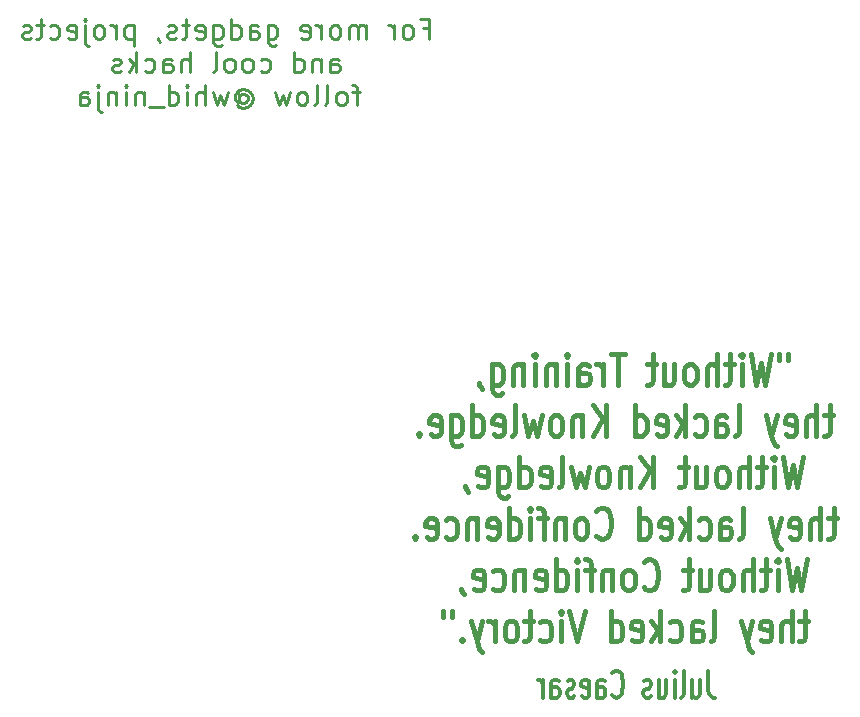
<source format=gbr>
G04 #@! TF.GenerationSoftware,KiCad,Pcbnew,(5.1.5)-3*
G04 #@! TF.CreationDate,2021-05-04T12:01:10+03:00*
G04 #@! TF.ProjectId,NandoBoard,4e616e64-6f42-46f6-9172-642e6b696361,rev?*
G04 #@! TF.SameCoordinates,Original*
G04 #@! TF.FileFunction,Legend,Bot*
G04 #@! TF.FilePolarity,Positive*
%FSLAX46Y46*%
G04 Gerber Fmt 4.6, Leading zero omitted, Abs format (unit mm)*
G04 Created by KiCad (PCBNEW (5.1.5)-3) date 2021-05-04 12:01:10*
%MOMM*%
%LPD*%
G04 APERTURE LIST*
%ADD10C,0.450000*%
%ADD11C,0.375000*%
%ADD12C,0.250000*%
G04 APERTURE END LIST*
D10*
X104709523Y-103376190D02*
X104709523Y-103871428D01*
X103947619Y-103376190D02*
X103947619Y-103871428D01*
X103280952Y-103376190D02*
X102804761Y-105976190D01*
X102423809Y-104119047D01*
X102042857Y-105976190D01*
X101566666Y-103376190D01*
X100804761Y-105976190D02*
X100804761Y-104242857D01*
X100804761Y-103376190D02*
X100900000Y-103500000D01*
X100804761Y-103623809D01*
X100709523Y-103500000D01*
X100804761Y-103376190D01*
X100804761Y-103623809D01*
X100138095Y-104242857D02*
X99376190Y-104242857D01*
X99852380Y-103376190D02*
X99852380Y-105604761D01*
X99757142Y-105852380D01*
X99566666Y-105976190D01*
X99376190Y-105976190D01*
X98709523Y-105976190D02*
X98709523Y-103376190D01*
X97852380Y-105976190D02*
X97852380Y-104614285D01*
X97947619Y-104366666D01*
X98138095Y-104242857D01*
X98423809Y-104242857D01*
X98614285Y-104366666D01*
X98709523Y-104490476D01*
X96614285Y-105976190D02*
X96804761Y-105852380D01*
X96900000Y-105728571D01*
X96995238Y-105480952D01*
X96995238Y-104738095D01*
X96900000Y-104490476D01*
X96804761Y-104366666D01*
X96614285Y-104242857D01*
X96328571Y-104242857D01*
X96138095Y-104366666D01*
X96042857Y-104490476D01*
X95947619Y-104738095D01*
X95947619Y-105480952D01*
X96042857Y-105728571D01*
X96138095Y-105852380D01*
X96328571Y-105976190D01*
X96614285Y-105976190D01*
X94233333Y-104242857D02*
X94233333Y-105976190D01*
X95090476Y-104242857D02*
X95090476Y-105604761D01*
X94995238Y-105852380D01*
X94804761Y-105976190D01*
X94519047Y-105976190D01*
X94328571Y-105852380D01*
X94233333Y-105728571D01*
X93566666Y-104242857D02*
X92804761Y-104242857D01*
X93280952Y-103376190D02*
X93280952Y-105604761D01*
X93185714Y-105852380D01*
X92995238Y-105976190D01*
X92804761Y-105976190D01*
X90900000Y-103376190D02*
X89757142Y-103376190D01*
X90328571Y-105976190D02*
X90328571Y-103376190D01*
X89090476Y-105976190D02*
X89090476Y-104242857D01*
X89090476Y-104738095D02*
X88995238Y-104490476D01*
X88900000Y-104366666D01*
X88709523Y-104242857D01*
X88519047Y-104242857D01*
X86995238Y-105976190D02*
X86995238Y-104614285D01*
X87090476Y-104366666D01*
X87280952Y-104242857D01*
X87661904Y-104242857D01*
X87852380Y-104366666D01*
X86995238Y-105852380D02*
X87185714Y-105976190D01*
X87661904Y-105976190D01*
X87852380Y-105852380D01*
X87947619Y-105604761D01*
X87947619Y-105357142D01*
X87852380Y-105109523D01*
X87661904Y-104985714D01*
X87185714Y-104985714D01*
X86995238Y-104861904D01*
X86042857Y-105976190D02*
X86042857Y-104242857D01*
X86042857Y-103376190D02*
X86138095Y-103500000D01*
X86042857Y-103623809D01*
X85947619Y-103500000D01*
X86042857Y-103376190D01*
X86042857Y-103623809D01*
X85090476Y-104242857D02*
X85090476Y-105976190D01*
X85090476Y-104490476D02*
X84995238Y-104366666D01*
X84804761Y-104242857D01*
X84519047Y-104242857D01*
X84328571Y-104366666D01*
X84233333Y-104614285D01*
X84233333Y-105976190D01*
X83280952Y-105976190D02*
X83280952Y-104242857D01*
X83280952Y-103376190D02*
X83376190Y-103500000D01*
X83280952Y-103623809D01*
X83185714Y-103500000D01*
X83280952Y-103376190D01*
X83280952Y-103623809D01*
X82328571Y-104242857D02*
X82328571Y-105976190D01*
X82328571Y-104490476D02*
X82233333Y-104366666D01*
X82042857Y-104242857D01*
X81757142Y-104242857D01*
X81566666Y-104366666D01*
X81471428Y-104614285D01*
X81471428Y-105976190D01*
X79661904Y-104242857D02*
X79661904Y-106347619D01*
X79757142Y-106595238D01*
X79852380Y-106719047D01*
X80042857Y-106842857D01*
X80328571Y-106842857D01*
X80519047Y-106719047D01*
X79661904Y-105852380D02*
X79852380Y-105976190D01*
X80233333Y-105976190D01*
X80423809Y-105852380D01*
X80519047Y-105728571D01*
X80614285Y-105480952D01*
X80614285Y-104738095D01*
X80519047Y-104490476D01*
X80423809Y-104366666D01*
X80233333Y-104242857D01*
X79852380Y-104242857D01*
X79661904Y-104366666D01*
X78614285Y-105852380D02*
X78614285Y-105976190D01*
X78709523Y-106223809D01*
X78804761Y-106347619D01*
X108566666Y-108592857D02*
X107804761Y-108592857D01*
X108280952Y-107726190D02*
X108280952Y-109954761D01*
X108185714Y-110202380D01*
X107995238Y-110326190D01*
X107804761Y-110326190D01*
X107138095Y-110326190D02*
X107138095Y-107726190D01*
X106280952Y-110326190D02*
X106280952Y-108964285D01*
X106376190Y-108716666D01*
X106566666Y-108592857D01*
X106852380Y-108592857D01*
X107042857Y-108716666D01*
X107138095Y-108840476D01*
X104566666Y-110202380D02*
X104757142Y-110326190D01*
X105138095Y-110326190D01*
X105328571Y-110202380D01*
X105423809Y-109954761D01*
X105423809Y-108964285D01*
X105328571Y-108716666D01*
X105138095Y-108592857D01*
X104757142Y-108592857D01*
X104566666Y-108716666D01*
X104471428Y-108964285D01*
X104471428Y-109211904D01*
X105423809Y-109459523D01*
X103804761Y-108592857D02*
X103328571Y-110326190D01*
X102852380Y-108592857D02*
X103328571Y-110326190D01*
X103519047Y-110945238D01*
X103614285Y-111069047D01*
X103804761Y-111192857D01*
X100280952Y-110326190D02*
X100471428Y-110202380D01*
X100566666Y-109954761D01*
X100566666Y-107726190D01*
X98661904Y-110326190D02*
X98661904Y-108964285D01*
X98757142Y-108716666D01*
X98947619Y-108592857D01*
X99328571Y-108592857D01*
X99519047Y-108716666D01*
X98661904Y-110202380D02*
X98852380Y-110326190D01*
X99328571Y-110326190D01*
X99519047Y-110202380D01*
X99614285Y-109954761D01*
X99614285Y-109707142D01*
X99519047Y-109459523D01*
X99328571Y-109335714D01*
X98852380Y-109335714D01*
X98661904Y-109211904D01*
X96852380Y-110202380D02*
X97042857Y-110326190D01*
X97423809Y-110326190D01*
X97614285Y-110202380D01*
X97709523Y-110078571D01*
X97804761Y-109830952D01*
X97804761Y-109088095D01*
X97709523Y-108840476D01*
X97614285Y-108716666D01*
X97423809Y-108592857D01*
X97042857Y-108592857D01*
X96852380Y-108716666D01*
X95995238Y-110326190D02*
X95995238Y-107726190D01*
X95804761Y-109335714D02*
X95233333Y-110326190D01*
X95233333Y-108592857D02*
X95995238Y-109583333D01*
X93614285Y-110202380D02*
X93804761Y-110326190D01*
X94185714Y-110326190D01*
X94376190Y-110202380D01*
X94471428Y-109954761D01*
X94471428Y-108964285D01*
X94376190Y-108716666D01*
X94185714Y-108592857D01*
X93804761Y-108592857D01*
X93614285Y-108716666D01*
X93519047Y-108964285D01*
X93519047Y-109211904D01*
X94471428Y-109459523D01*
X91804761Y-110326190D02*
X91804761Y-107726190D01*
X91804761Y-110202380D02*
X91995238Y-110326190D01*
X92376190Y-110326190D01*
X92566666Y-110202380D01*
X92661904Y-110078571D01*
X92757142Y-109830952D01*
X92757142Y-109088095D01*
X92661904Y-108840476D01*
X92566666Y-108716666D01*
X92376190Y-108592857D01*
X91995238Y-108592857D01*
X91804761Y-108716666D01*
X89328571Y-110326190D02*
X89328571Y-107726190D01*
X88185714Y-110326190D02*
X89042857Y-108840476D01*
X88185714Y-107726190D02*
X89328571Y-109211904D01*
X87328571Y-108592857D02*
X87328571Y-110326190D01*
X87328571Y-108840476D02*
X87233333Y-108716666D01*
X87042857Y-108592857D01*
X86757142Y-108592857D01*
X86566666Y-108716666D01*
X86471428Y-108964285D01*
X86471428Y-110326190D01*
X85233333Y-110326190D02*
X85423809Y-110202380D01*
X85519047Y-110078571D01*
X85614285Y-109830952D01*
X85614285Y-109088095D01*
X85519047Y-108840476D01*
X85423809Y-108716666D01*
X85233333Y-108592857D01*
X84947619Y-108592857D01*
X84757142Y-108716666D01*
X84661904Y-108840476D01*
X84566666Y-109088095D01*
X84566666Y-109830952D01*
X84661904Y-110078571D01*
X84757142Y-110202380D01*
X84947619Y-110326190D01*
X85233333Y-110326190D01*
X83900000Y-108592857D02*
X83519047Y-110326190D01*
X83138095Y-109088095D01*
X82757142Y-110326190D01*
X82376190Y-108592857D01*
X81328571Y-110326190D02*
X81519047Y-110202380D01*
X81614285Y-109954761D01*
X81614285Y-107726190D01*
X79804761Y-110202380D02*
X79995238Y-110326190D01*
X80376190Y-110326190D01*
X80566666Y-110202380D01*
X80661904Y-109954761D01*
X80661904Y-108964285D01*
X80566666Y-108716666D01*
X80376190Y-108592857D01*
X79995238Y-108592857D01*
X79804761Y-108716666D01*
X79709523Y-108964285D01*
X79709523Y-109211904D01*
X80661904Y-109459523D01*
X77995238Y-110326190D02*
X77995238Y-107726190D01*
X77995238Y-110202380D02*
X78185714Y-110326190D01*
X78566666Y-110326190D01*
X78757142Y-110202380D01*
X78852380Y-110078571D01*
X78947619Y-109830952D01*
X78947619Y-109088095D01*
X78852380Y-108840476D01*
X78757142Y-108716666D01*
X78566666Y-108592857D01*
X78185714Y-108592857D01*
X77995238Y-108716666D01*
X76185714Y-108592857D02*
X76185714Y-110697619D01*
X76280952Y-110945238D01*
X76376190Y-111069047D01*
X76566666Y-111192857D01*
X76852380Y-111192857D01*
X77042857Y-111069047D01*
X76185714Y-110202380D02*
X76376190Y-110326190D01*
X76757142Y-110326190D01*
X76947619Y-110202380D01*
X77042857Y-110078571D01*
X77138095Y-109830952D01*
X77138095Y-109088095D01*
X77042857Y-108840476D01*
X76947619Y-108716666D01*
X76757142Y-108592857D01*
X76376190Y-108592857D01*
X76185714Y-108716666D01*
X74471428Y-110202380D02*
X74661904Y-110326190D01*
X75042857Y-110326190D01*
X75233333Y-110202380D01*
X75328571Y-109954761D01*
X75328571Y-108964285D01*
X75233333Y-108716666D01*
X75042857Y-108592857D01*
X74661904Y-108592857D01*
X74471428Y-108716666D01*
X74376190Y-108964285D01*
X74376190Y-109211904D01*
X75328571Y-109459523D01*
X73519047Y-110078571D02*
X73423809Y-110202380D01*
X73519047Y-110326190D01*
X73614285Y-110202380D01*
X73519047Y-110078571D01*
X73519047Y-110326190D01*
X105995238Y-112076190D02*
X105519047Y-114676190D01*
X105138095Y-112819047D01*
X104757142Y-114676190D01*
X104280952Y-112076190D01*
X103519047Y-114676190D02*
X103519047Y-112942857D01*
X103519047Y-112076190D02*
X103614285Y-112200000D01*
X103519047Y-112323809D01*
X103423809Y-112200000D01*
X103519047Y-112076190D01*
X103519047Y-112323809D01*
X102852380Y-112942857D02*
X102090476Y-112942857D01*
X102566666Y-112076190D02*
X102566666Y-114304761D01*
X102471428Y-114552380D01*
X102280952Y-114676190D01*
X102090476Y-114676190D01*
X101423809Y-114676190D02*
X101423809Y-112076190D01*
X100566666Y-114676190D02*
X100566666Y-113314285D01*
X100661904Y-113066666D01*
X100852380Y-112942857D01*
X101138095Y-112942857D01*
X101328571Y-113066666D01*
X101423809Y-113190476D01*
X99328571Y-114676190D02*
X99519047Y-114552380D01*
X99614285Y-114428571D01*
X99709523Y-114180952D01*
X99709523Y-113438095D01*
X99614285Y-113190476D01*
X99519047Y-113066666D01*
X99328571Y-112942857D01*
X99042857Y-112942857D01*
X98852380Y-113066666D01*
X98757142Y-113190476D01*
X98661904Y-113438095D01*
X98661904Y-114180952D01*
X98757142Y-114428571D01*
X98852380Y-114552380D01*
X99042857Y-114676190D01*
X99328571Y-114676190D01*
X96947619Y-112942857D02*
X96947619Y-114676190D01*
X97804761Y-112942857D02*
X97804761Y-114304761D01*
X97709523Y-114552380D01*
X97519047Y-114676190D01*
X97233333Y-114676190D01*
X97042857Y-114552380D01*
X96947619Y-114428571D01*
X96280952Y-112942857D02*
X95519047Y-112942857D01*
X95995238Y-112076190D02*
X95995238Y-114304761D01*
X95900000Y-114552380D01*
X95709523Y-114676190D01*
X95519047Y-114676190D01*
X93328571Y-114676190D02*
X93328571Y-112076190D01*
X92185714Y-114676190D02*
X93042857Y-113190476D01*
X92185714Y-112076190D02*
X93328571Y-113561904D01*
X91328571Y-112942857D02*
X91328571Y-114676190D01*
X91328571Y-113190476D02*
X91233333Y-113066666D01*
X91042857Y-112942857D01*
X90757142Y-112942857D01*
X90566666Y-113066666D01*
X90471428Y-113314285D01*
X90471428Y-114676190D01*
X89233333Y-114676190D02*
X89423809Y-114552380D01*
X89519047Y-114428571D01*
X89614285Y-114180952D01*
X89614285Y-113438095D01*
X89519047Y-113190476D01*
X89423809Y-113066666D01*
X89233333Y-112942857D01*
X88947619Y-112942857D01*
X88757142Y-113066666D01*
X88661904Y-113190476D01*
X88566666Y-113438095D01*
X88566666Y-114180952D01*
X88661904Y-114428571D01*
X88757142Y-114552380D01*
X88947619Y-114676190D01*
X89233333Y-114676190D01*
X87900000Y-112942857D02*
X87519047Y-114676190D01*
X87138095Y-113438095D01*
X86757142Y-114676190D01*
X86376190Y-112942857D01*
X85328571Y-114676190D02*
X85519047Y-114552380D01*
X85614285Y-114304761D01*
X85614285Y-112076190D01*
X83804761Y-114552380D02*
X83995238Y-114676190D01*
X84376190Y-114676190D01*
X84566666Y-114552380D01*
X84661904Y-114304761D01*
X84661904Y-113314285D01*
X84566666Y-113066666D01*
X84376190Y-112942857D01*
X83995238Y-112942857D01*
X83804761Y-113066666D01*
X83709523Y-113314285D01*
X83709523Y-113561904D01*
X84661904Y-113809523D01*
X81995238Y-114676190D02*
X81995238Y-112076190D01*
X81995238Y-114552380D02*
X82185714Y-114676190D01*
X82566666Y-114676190D01*
X82757142Y-114552380D01*
X82852380Y-114428571D01*
X82947619Y-114180952D01*
X82947619Y-113438095D01*
X82852380Y-113190476D01*
X82757142Y-113066666D01*
X82566666Y-112942857D01*
X82185714Y-112942857D01*
X81995238Y-113066666D01*
X80185714Y-112942857D02*
X80185714Y-115047619D01*
X80280952Y-115295238D01*
X80376190Y-115419047D01*
X80566666Y-115542857D01*
X80852380Y-115542857D01*
X81042857Y-115419047D01*
X80185714Y-114552380D02*
X80376190Y-114676190D01*
X80757142Y-114676190D01*
X80947619Y-114552380D01*
X81042857Y-114428571D01*
X81138095Y-114180952D01*
X81138095Y-113438095D01*
X81042857Y-113190476D01*
X80947619Y-113066666D01*
X80757142Y-112942857D01*
X80376190Y-112942857D01*
X80185714Y-113066666D01*
X78471428Y-114552380D02*
X78661904Y-114676190D01*
X79042857Y-114676190D01*
X79233333Y-114552380D01*
X79328571Y-114304761D01*
X79328571Y-113314285D01*
X79233333Y-113066666D01*
X79042857Y-112942857D01*
X78661904Y-112942857D01*
X78471428Y-113066666D01*
X78376190Y-113314285D01*
X78376190Y-113561904D01*
X79328571Y-113809523D01*
X77423809Y-114552380D02*
X77423809Y-114676190D01*
X77519047Y-114923809D01*
X77614285Y-115047619D01*
X108900000Y-117292857D02*
X108138095Y-117292857D01*
X108614285Y-116426190D02*
X108614285Y-118654761D01*
X108519047Y-118902380D01*
X108328571Y-119026190D01*
X108138095Y-119026190D01*
X107471428Y-119026190D02*
X107471428Y-116426190D01*
X106614285Y-119026190D02*
X106614285Y-117664285D01*
X106709523Y-117416666D01*
X106900000Y-117292857D01*
X107185714Y-117292857D01*
X107376190Y-117416666D01*
X107471428Y-117540476D01*
X104900000Y-118902380D02*
X105090476Y-119026190D01*
X105471428Y-119026190D01*
X105661904Y-118902380D01*
X105757142Y-118654761D01*
X105757142Y-117664285D01*
X105661904Y-117416666D01*
X105471428Y-117292857D01*
X105090476Y-117292857D01*
X104900000Y-117416666D01*
X104804761Y-117664285D01*
X104804761Y-117911904D01*
X105757142Y-118159523D01*
X104138095Y-117292857D02*
X103661904Y-119026190D01*
X103185714Y-117292857D02*
X103661904Y-119026190D01*
X103852380Y-119645238D01*
X103947619Y-119769047D01*
X104138095Y-119892857D01*
X100614285Y-119026190D02*
X100804761Y-118902380D01*
X100900000Y-118654761D01*
X100900000Y-116426190D01*
X98995238Y-119026190D02*
X98995238Y-117664285D01*
X99090476Y-117416666D01*
X99280952Y-117292857D01*
X99661904Y-117292857D01*
X99852380Y-117416666D01*
X98995238Y-118902380D02*
X99185714Y-119026190D01*
X99661904Y-119026190D01*
X99852380Y-118902380D01*
X99947619Y-118654761D01*
X99947619Y-118407142D01*
X99852380Y-118159523D01*
X99661904Y-118035714D01*
X99185714Y-118035714D01*
X98995238Y-117911904D01*
X97185714Y-118902380D02*
X97376190Y-119026190D01*
X97757142Y-119026190D01*
X97947619Y-118902380D01*
X98042857Y-118778571D01*
X98138095Y-118530952D01*
X98138095Y-117788095D01*
X98042857Y-117540476D01*
X97947619Y-117416666D01*
X97757142Y-117292857D01*
X97376190Y-117292857D01*
X97185714Y-117416666D01*
X96328571Y-119026190D02*
X96328571Y-116426190D01*
X96138095Y-118035714D02*
X95566666Y-119026190D01*
X95566666Y-117292857D02*
X96328571Y-118283333D01*
X93947619Y-118902380D02*
X94138095Y-119026190D01*
X94519047Y-119026190D01*
X94709523Y-118902380D01*
X94804761Y-118654761D01*
X94804761Y-117664285D01*
X94709523Y-117416666D01*
X94519047Y-117292857D01*
X94138095Y-117292857D01*
X93947619Y-117416666D01*
X93852380Y-117664285D01*
X93852380Y-117911904D01*
X94804761Y-118159523D01*
X92138095Y-119026190D02*
X92138095Y-116426190D01*
X92138095Y-118902380D02*
X92328571Y-119026190D01*
X92709523Y-119026190D01*
X92900000Y-118902380D01*
X92995238Y-118778571D01*
X93090476Y-118530952D01*
X93090476Y-117788095D01*
X92995238Y-117540476D01*
X92900000Y-117416666D01*
X92709523Y-117292857D01*
X92328571Y-117292857D01*
X92138095Y-117416666D01*
X88519047Y-118778571D02*
X88614285Y-118902380D01*
X88900000Y-119026190D01*
X89090476Y-119026190D01*
X89376190Y-118902380D01*
X89566666Y-118654761D01*
X89661904Y-118407142D01*
X89757142Y-117911904D01*
X89757142Y-117540476D01*
X89661904Y-117045238D01*
X89566666Y-116797619D01*
X89376190Y-116550000D01*
X89090476Y-116426190D01*
X88900000Y-116426190D01*
X88614285Y-116550000D01*
X88519047Y-116673809D01*
X87376190Y-119026190D02*
X87566666Y-118902380D01*
X87661904Y-118778571D01*
X87757142Y-118530952D01*
X87757142Y-117788095D01*
X87661904Y-117540476D01*
X87566666Y-117416666D01*
X87376190Y-117292857D01*
X87090476Y-117292857D01*
X86900000Y-117416666D01*
X86804761Y-117540476D01*
X86709523Y-117788095D01*
X86709523Y-118530952D01*
X86804761Y-118778571D01*
X86900000Y-118902380D01*
X87090476Y-119026190D01*
X87376190Y-119026190D01*
X85852380Y-117292857D02*
X85852380Y-119026190D01*
X85852380Y-117540476D02*
X85757142Y-117416666D01*
X85566666Y-117292857D01*
X85280952Y-117292857D01*
X85090476Y-117416666D01*
X84995238Y-117664285D01*
X84995238Y-119026190D01*
X84328571Y-117292857D02*
X83566666Y-117292857D01*
X84042857Y-119026190D02*
X84042857Y-116797619D01*
X83947619Y-116550000D01*
X83757142Y-116426190D01*
X83566666Y-116426190D01*
X82900000Y-119026190D02*
X82900000Y-117292857D01*
X82900000Y-116426190D02*
X82995238Y-116550000D01*
X82900000Y-116673809D01*
X82804761Y-116550000D01*
X82900000Y-116426190D01*
X82900000Y-116673809D01*
X81090476Y-119026190D02*
X81090476Y-116426190D01*
X81090476Y-118902380D02*
X81280952Y-119026190D01*
X81661904Y-119026190D01*
X81852380Y-118902380D01*
X81947619Y-118778571D01*
X82042857Y-118530952D01*
X82042857Y-117788095D01*
X81947619Y-117540476D01*
X81852380Y-117416666D01*
X81661904Y-117292857D01*
X81280952Y-117292857D01*
X81090476Y-117416666D01*
X79376190Y-118902380D02*
X79566666Y-119026190D01*
X79947619Y-119026190D01*
X80138095Y-118902380D01*
X80233333Y-118654761D01*
X80233333Y-117664285D01*
X80138095Y-117416666D01*
X79947619Y-117292857D01*
X79566666Y-117292857D01*
X79376190Y-117416666D01*
X79280952Y-117664285D01*
X79280952Y-117911904D01*
X80233333Y-118159523D01*
X78423809Y-117292857D02*
X78423809Y-119026190D01*
X78423809Y-117540476D02*
X78328571Y-117416666D01*
X78138095Y-117292857D01*
X77852380Y-117292857D01*
X77661904Y-117416666D01*
X77566666Y-117664285D01*
X77566666Y-119026190D01*
X75757142Y-118902380D02*
X75947619Y-119026190D01*
X76328571Y-119026190D01*
X76519047Y-118902380D01*
X76614285Y-118778571D01*
X76709523Y-118530952D01*
X76709523Y-117788095D01*
X76614285Y-117540476D01*
X76519047Y-117416666D01*
X76328571Y-117292857D01*
X75947619Y-117292857D01*
X75757142Y-117416666D01*
X74138095Y-118902380D02*
X74328571Y-119026190D01*
X74709523Y-119026190D01*
X74900000Y-118902380D01*
X74995238Y-118654761D01*
X74995238Y-117664285D01*
X74900000Y-117416666D01*
X74709523Y-117292857D01*
X74328571Y-117292857D01*
X74138095Y-117416666D01*
X74042857Y-117664285D01*
X74042857Y-117911904D01*
X74995238Y-118159523D01*
X73185714Y-118778571D02*
X73090476Y-118902380D01*
X73185714Y-119026190D01*
X73280952Y-118902380D01*
X73185714Y-118778571D01*
X73185714Y-119026190D01*
X106328571Y-120776190D02*
X105852380Y-123376190D01*
X105471428Y-121519047D01*
X105090476Y-123376190D01*
X104614285Y-120776190D01*
X103852380Y-123376190D02*
X103852380Y-121642857D01*
X103852380Y-120776190D02*
X103947619Y-120900000D01*
X103852380Y-121023809D01*
X103757142Y-120900000D01*
X103852380Y-120776190D01*
X103852380Y-121023809D01*
X103185714Y-121642857D02*
X102423809Y-121642857D01*
X102900000Y-120776190D02*
X102900000Y-123004761D01*
X102804761Y-123252380D01*
X102614285Y-123376190D01*
X102423809Y-123376190D01*
X101757142Y-123376190D02*
X101757142Y-120776190D01*
X100900000Y-123376190D02*
X100900000Y-122014285D01*
X100995238Y-121766666D01*
X101185714Y-121642857D01*
X101471428Y-121642857D01*
X101661904Y-121766666D01*
X101757142Y-121890476D01*
X99661904Y-123376190D02*
X99852380Y-123252380D01*
X99947619Y-123128571D01*
X100042857Y-122880952D01*
X100042857Y-122138095D01*
X99947619Y-121890476D01*
X99852380Y-121766666D01*
X99661904Y-121642857D01*
X99376190Y-121642857D01*
X99185714Y-121766666D01*
X99090476Y-121890476D01*
X98995238Y-122138095D01*
X98995238Y-122880952D01*
X99090476Y-123128571D01*
X99185714Y-123252380D01*
X99376190Y-123376190D01*
X99661904Y-123376190D01*
X97280952Y-121642857D02*
X97280952Y-123376190D01*
X98138095Y-121642857D02*
X98138095Y-123004761D01*
X98042857Y-123252380D01*
X97852380Y-123376190D01*
X97566666Y-123376190D01*
X97376190Y-123252380D01*
X97280952Y-123128571D01*
X96614285Y-121642857D02*
X95852380Y-121642857D01*
X96328571Y-120776190D02*
X96328571Y-123004761D01*
X96233333Y-123252380D01*
X96042857Y-123376190D01*
X95852380Y-123376190D01*
X92519047Y-123128571D02*
X92614285Y-123252380D01*
X92900000Y-123376190D01*
X93090476Y-123376190D01*
X93376190Y-123252380D01*
X93566666Y-123004761D01*
X93661904Y-122757142D01*
X93757142Y-122261904D01*
X93757142Y-121890476D01*
X93661904Y-121395238D01*
X93566666Y-121147619D01*
X93376190Y-120900000D01*
X93090476Y-120776190D01*
X92900000Y-120776190D01*
X92614285Y-120900000D01*
X92519047Y-121023809D01*
X91376190Y-123376190D02*
X91566666Y-123252380D01*
X91661904Y-123128571D01*
X91757142Y-122880952D01*
X91757142Y-122138095D01*
X91661904Y-121890476D01*
X91566666Y-121766666D01*
X91376190Y-121642857D01*
X91090476Y-121642857D01*
X90900000Y-121766666D01*
X90804761Y-121890476D01*
X90709523Y-122138095D01*
X90709523Y-122880952D01*
X90804761Y-123128571D01*
X90900000Y-123252380D01*
X91090476Y-123376190D01*
X91376190Y-123376190D01*
X89852380Y-121642857D02*
X89852380Y-123376190D01*
X89852380Y-121890476D02*
X89757142Y-121766666D01*
X89566666Y-121642857D01*
X89280952Y-121642857D01*
X89090476Y-121766666D01*
X88995238Y-122014285D01*
X88995238Y-123376190D01*
X88328571Y-121642857D02*
X87566666Y-121642857D01*
X88042857Y-123376190D02*
X88042857Y-121147619D01*
X87947619Y-120900000D01*
X87757142Y-120776190D01*
X87566666Y-120776190D01*
X86900000Y-123376190D02*
X86900000Y-121642857D01*
X86900000Y-120776190D02*
X86995238Y-120900000D01*
X86900000Y-121023809D01*
X86804761Y-120900000D01*
X86900000Y-120776190D01*
X86900000Y-121023809D01*
X85090476Y-123376190D02*
X85090476Y-120776190D01*
X85090476Y-123252380D02*
X85280952Y-123376190D01*
X85661904Y-123376190D01*
X85852380Y-123252380D01*
X85947619Y-123128571D01*
X86042857Y-122880952D01*
X86042857Y-122138095D01*
X85947619Y-121890476D01*
X85852380Y-121766666D01*
X85661904Y-121642857D01*
X85280952Y-121642857D01*
X85090476Y-121766666D01*
X83376190Y-123252380D02*
X83566666Y-123376190D01*
X83947619Y-123376190D01*
X84138095Y-123252380D01*
X84233333Y-123004761D01*
X84233333Y-122014285D01*
X84138095Y-121766666D01*
X83947619Y-121642857D01*
X83566666Y-121642857D01*
X83376190Y-121766666D01*
X83280952Y-122014285D01*
X83280952Y-122261904D01*
X84233333Y-122509523D01*
X82423809Y-121642857D02*
X82423809Y-123376190D01*
X82423809Y-121890476D02*
X82328571Y-121766666D01*
X82138095Y-121642857D01*
X81852380Y-121642857D01*
X81661904Y-121766666D01*
X81566666Y-122014285D01*
X81566666Y-123376190D01*
X79757142Y-123252380D02*
X79947619Y-123376190D01*
X80328571Y-123376190D01*
X80519047Y-123252380D01*
X80614285Y-123128571D01*
X80709523Y-122880952D01*
X80709523Y-122138095D01*
X80614285Y-121890476D01*
X80519047Y-121766666D01*
X80328571Y-121642857D01*
X79947619Y-121642857D01*
X79757142Y-121766666D01*
X78138095Y-123252380D02*
X78328571Y-123376190D01*
X78709523Y-123376190D01*
X78900000Y-123252380D01*
X78995238Y-123004761D01*
X78995238Y-122014285D01*
X78900000Y-121766666D01*
X78709523Y-121642857D01*
X78328571Y-121642857D01*
X78138095Y-121766666D01*
X78042857Y-122014285D01*
X78042857Y-122261904D01*
X78995238Y-122509523D01*
X77090476Y-123252380D02*
X77090476Y-123376190D01*
X77185714Y-123623809D01*
X77280952Y-123747619D01*
X106471428Y-125992857D02*
X105709523Y-125992857D01*
X106185714Y-125126190D02*
X106185714Y-127354761D01*
X106090476Y-127602380D01*
X105900000Y-127726190D01*
X105709523Y-127726190D01*
X105042857Y-127726190D02*
X105042857Y-125126190D01*
X104185714Y-127726190D02*
X104185714Y-126364285D01*
X104280952Y-126116666D01*
X104471428Y-125992857D01*
X104757142Y-125992857D01*
X104947619Y-126116666D01*
X105042857Y-126240476D01*
X102471428Y-127602380D02*
X102661904Y-127726190D01*
X103042857Y-127726190D01*
X103233333Y-127602380D01*
X103328571Y-127354761D01*
X103328571Y-126364285D01*
X103233333Y-126116666D01*
X103042857Y-125992857D01*
X102661904Y-125992857D01*
X102471428Y-126116666D01*
X102376190Y-126364285D01*
X102376190Y-126611904D01*
X103328571Y-126859523D01*
X101709523Y-125992857D02*
X101233333Y-127726190D01*
X100757142Y-125992857D02*
X101233333Y-127726190D01*
X101423809Y-128345238D01*
X101519047Y-128469047D01*
X101709523Y-128592857D01*
X98185714Y-127726190D02*
X98376190Y-127602380D01*
X98471428Y-127354761D01*
X98471428Y-125126190D01*
X96566666Y-127726190D02*
X96566666Y-126364285D01*
X96661904Y-126116666D01*
X96852380Y-125992857D01*
X97233333Y-125992857D01*
X97423809Y-126116666D01*
X96566666Y-127602380D02*
X96757142Y-127726190D01*
X97233333Y-127726190D01*
X97423809Y-127602380D01*
X97519047Y-127354761D01*
X97519047Y-127107142D01*
X97423809Y-126859523D01*
X97233333Y-126735714D01*
X96757142Y-126735714D01*
X96566666Y-126611904D01*
X94757142Y-127602380D02*
X94947619Y-127726190D01*
X95328571Y-127726190D01*
X95519047Y-127602380D01*
X95614285Y-127478571D01*
X95709523Y-127230952D01*
X95709523Y-126488095D01*
X95614285Y-126240476D01*
X95519047Y-126116666D01*
X95328571Y-125992857D01*
X94947619Y-125992857D01*
X94757142Y-126116666D01*
X93900000Y-127726190D02*
X93900000Y-125126190D01*
X93709523Y-126735714D02*
X93138095Y-127726190D01*
X93138095Y-125992857D02*
X93900000Y-126983333D01*
X91519047Y-127602380D02*
X91709523Y-127726190D01*
X92090476Y-127726190D01*
X92280952Y-127602380D01*
X92376190Y-127354761D01*
X92376190Y-126364285D01*
X92280952Y-126116666D01*
X92090476Y-125992857D01*
X91709523Y-125992857D01*
X91519047Y-126116666D01*
X91423809Y-126364285D01*
X91423809Y-126611904D01*
X92376190Y-126859523D01*
X89709523Y-127726190D02*
X89709523Y-125126190D01*
X89709523Y-127602380D02*
X89900000Y-127726190D01*
X90280952Y-127726190D01*
X90471428Y-127602380D01*
X90566666Y-127478571D01*
X90661904Y-127230952D01*
X90661904Y-126488095D01*
X90566666Y-126240476D01*
X90471428Y-126116666D01*
X90280952Y-125992857D01*
X89900000Y-125992857D01*
X89709523Y-126116666D01*
X87519047Y-125126190D02*
X86852380Y-127726190D01*
X86185714Y-125126190D01*
X85519047Y-127726190D02*
X85519047Y-125992857D01*
X85519047Y-125126190D02*
X85614285Y-125250000D01*
X85519047Y-125373809D01*
X85423809Y-125250000D01*
X85519047Y-125126190D01*
X85519047Y-125373809D01*
X83709523Y-127602380D02*
X83900000Y-127726190D01*
X84280952Y-127726190D01*
X84471428Y-127602380D01*
X84566666Y-127478571D01*
X84661904Y-127230952D01*
X84661904Y-126488095D01*
X84566666Y-126240476D01*
X84471428Y-126116666D01*
X84280952Y-125992857D01*
X83900000Y-125992857D01*
X83709523Y-126116666D01*
X83138095Y-125992857D02*
X82376190Y-125992857D01*
X82852380Y-125126190D02*
X82852380Y-127354761D01*
X82757142Y-127602380D01*
X82566666Y-127726190D01*
X82376190Y-127726190D01*
X81423809Y-127726190D02*
X81614285Y-127602380D01*
X81709523Y-127478571D01*
X81804761Y-127230952D01*
X81804761Y-126488095D01*
X81709523Y-126240476D01*
X81614285Y-126116666D01*
X81423809Y-125992857D01*
X81138095Y-125992857D01*
X80947619Y-126116666D01*
X80852380Y-126240476D01*
X80757142Y-126488095D01*
X80757142Y-127230952D01*
X80852380Y-127478571D01*
X80947619Y-127602380D01*
X81138095Y-127726190D01*
X81423809Y-127726190D01*
X79900000Y-127726190D02*
X79900000Y-125992857D01*
X79900000Y-126488095D02*
X79804761Y-126240476D01*
X79709523Y-126116666D01*
X79519047Y-125992857D01*
X79328571Y-125992857D01*
X78852380Y-125992857D02*
X78376190Y-127726190D01*
X77900000Y-125992857D02*
X78376190Y-127726190D01*
X78566666Y-128345238D01*
X78661904Y-128469047D01*
X78852380Y-128592857D01*
X77138095Y-127478571D02*
X77042857Y-127602380D01*
X77138095Y-127726190D01*
X77233333Y-127602380D01*
X77138095Y-127478571D01*
X77138095Y-127726190D01*
X76280952Y-125126190D02*
X76280952Y-125621428D01*
X75519047Y-125126190D02*
X75519047Y-125621428D01*
D11*
X97997857Y-130190476D02*
X97997857Y-131833333D01*
X98069285Y-132161904D01*
X98212142Y-132380952D01*
X98426428Y-132490476D01*
X98569285Y-132490476D01*
X96640714Y-130957142D02*
X96640714Y-132490476D01*
X97283571Y-130957142D02*
X97283571Y-132161904D01*
X97212142Y-132380952D01*
X97069285Y-132490476D01*
X96855000Y-132490476D01*
X96712142Y-132380952D01*
X96640714Y-132271428D01*
X95712142Y-132490476D02*
X95855000Y-132380952D01*
X95926428Y-132161904D01*
X95926428Y-130190476D01*
X95140714Y-132490476D02*
X95140714Y-130957142D01*
X95140714Y-130190476D02*
X95212142Y-130300000D01*
X95140714Y-130409523D01*
X95069285Y-130300000D01*
X95140714Y-130190476D01*
X95140714Y-130409523D01*
X93783571Y-130957142D02*
X93783571Y-132490476D01*
X94426428Y-130957142D02*
X94426428Y-132161904D01*
X94355000Y-132380952D01*
X94212142Y-132490476D01*
X93997857Y-132490476D01*
X93855000Y-132380952D01*
X93783571Y-132271428D01*
X93140714Y-132380952D02*
X92997857Y-132490476D01*
X92712142Y-132490476D01*
X92569285Y-132380952D01*
X92497857Y-132161904D01*
X92497857Y-132052380D01*
X92569285Y-131833333D01*
X92712142Y-131723809D01*
X92926428Y-131723809D01*
X93069285Y-131614285D01*
X93140714Y-131395238D01*
X93140714Y-131285714D01*
X93069285Y-131066666D01*
X92926428Y-130957142D01*
X92712142Y-130957142D01*
X92569285Y-131066666D01*
X89855000Y-132271428D02*
X89926428Y-132380952D01*
X90140714Y-132490476D01*
X90283571Y-132490476D01*
X90497857Y-132380952D01*
X90640714Y-132161904D01*
X90712142Y-131942857D01*
X90783571Y-131504761D01*
X90783571Y-131176190D01*
X90712142Y-130738095D01*
X90640714Y-130519047D01*
X90497857Y-130300000D01*
X90283571Y-130190476D01*
X90140714Y-130190476D01*
X89926428Y-130300000D01*
X89855000Y-130409523D01*
X88569285Y-132490476D02*
X88569285Y-131285714D01*
X88640714Y-131066666D01*
X88783571Y-130957142D01*
X89069285Y-130957142D01*
X89212142Y-131066666D01*
X88569285Y-132380952D02*
X88712142Y-132490476D01*
X89069285Y-132490476D01*
X89212142Y-132380952D01*
X89283571Y-132161904D01*
X89283571Y-131942857D01*
X89212142Y-131723809D01*
X89069285Y-131614285D01*
X88712142Y-131614285D01*
X88569285Y-131504761D01*
X87283571Y-132380952D02*
X87426428Y-132490476D01*
X87712142Y-132490476D01*
X87855000Y-132380952D01*
X87926428Y-132161904D01*
X87926428Y-131285714D01*
X87855000Y-131066666D01*
X87712142Y-130957142D01*
X87426428Y-130957142D01*
X87283571Y-131066666D01*
X87212142Y-131285714D01*
X87212142Y-131504761D01*
X87926428Y-131723809D01*
X86640714Y-132380952D02*
X86497857Y-132490476D01*
X86212142Y-132490476D01*
X86069285Y-132380952D01*
X85997857Y-132161904D01*
X85997857Y-132052380D01*
X86069285Y-131833333D01*
X86212142Y-131723809D01*
X86426428Y-131723809D01*
X86569285Y-131614285D01*
X86640714Y-131395238D01*
X86640714Y-131285714D01*
X86569285Y-131066666D01*
X86426428Y-130957142D01*
X86212142Y-130957142D01*
X86069285Y-131066666D01*
X84712142Y-132490476D02*
X84712142Y-131285714D01*
X84783571Y-131066666D01*
X84926428Y-130957142D01*
X85212142Y-130957142D01*
X85355000Y-131066666D01*
X84712142Y-132380952D02*
X84855000Y-132490476D01*
X85212142Y-132490476D01*
X85355000Y-132380952D01*
X85426428Y-132161904D01*
X85426428Y-131942857D01*
X85355000Y-131723809D01*
X85212142Y-131614285D01*
X84855000Y-131614285D01*
X84712142Y-131504761D01*
X83997857Y-132490476D02*
X83997857Y-130957142D01*
X83997857Y-131395238D02*
X83926428Y-131176190D01*
X83855000Y-131066666D01*
X83712142Y-130957142D01*
X83569285Y-130957142D01*
D12*
X73798333Y-75818571D02*
X74365000Y-75818571D01*
X74365000Y-76709047D02*
X74365000Y-75009047D01*
X73555476Y-75009047D01*
X72665000Y-76709047D02*
X72826904Y-76628095D01*
X72907857Y-76547142D01*
X72988809Y-76385238D01*
X72988809Y-75899523D01*
X72907857Y-75737619D01*
X72826904Y-75656666D01*
X72665000Y-75575714D01*
X72422142Y-75575714D01*
X72260238Y-75656666D01*
X72179285Y-75737619D01*
X72098333Y-75899523D01*
X72098333Y-76385238D01*
X72179285Y-76547142D01*
X72260238Y-76628095D01*
X72422142Y-76709047D01*
X72665000Y-76709047D01*
X71369761Y-76709047D02*
X71369761Y-75575714D01*
X71369761Y-75899523D02*
X71288809Y-75737619D01*
X71207857Y-75656666D01*
X71045952Y-75575714D01*
X70884047Y-75575714D01*
X69022142Y-76709047D02*
X69022142Y-75575714D01*
X69022142Y-75737619D02*
X68941190Y-75656666D01*
X68779285Y-75575714D01*
X68536428Y-75575714D01*
X68374523Y-75656666D01*
X68293571Y-75818571D01*
X68293571Y-76709047D01*
X68293571Y-75818571D02*
X68212619Y-75656666D01*
X68050714Y-75575714D01*
X67807857Y-75575714D01*
X67645952Y-75656666D01*
X67565000Y-75818571D01*
X67565000Y-76709047D01*
X66512619Y-76709047D02*
X66674523Y-76628095D01*
X66755476Y-76547142D01*
X66836428Y-76385238D01*
X66836428Y-75899523D01*
X66755476Y-75737619D01*
X66674523Y-75656666D01*
X66512619Y-75575714D01*
X66269761Y-75575714D01*
X66107857Y-75656666D01*
X66026904Y-75737619D01*
X65945952Y-75899523D01*
X65945952Y-76385238D01*
X66026904Y-76547142D01*
X66107857Y-76628095D01*
X66269761Y-76709047D01*
X66512619Y-76709047D01*
X65217380Y-76709047D02*
X65217380Y-75575714D01*
X65217380Y-75899523D02*
X65136428Y-75737619D01*
X65055476Y-75656666D01*
X64893571Y-75575714D01*
X64731666Y-75575714D01*
X63517380Y-76628095D02*
X63679285Y-76709047D01*
X64003095Y-76709047D01*
X64165000Y-76628095D01*
X64245952Y-76466190D01*
X64245952Y-75818571D01*
X64165000Y-75656666D01*
X64003095Y-75575714D01*
X63679285Y-75575714D01*
X63517380Y-75656666D01*
X63436428Y-75818571D01*
X63436428Y-75980476D01*
X64245952Y-76142380D01*
X60684047Y-75575714D02*
X60684047Y-76951904D01*
X60765000Y-77113809D01*
X60845952Y-77194761D01*
X61007857Y-77275714D01*
X61250714Y-77275714D01*
X61412619Y-77194761D01*
X60684047Y-76628095D02*
X60845952Y-76709047D01*
X61169761Y-76709047D01*
X61331666Y-76628095D01*
X61412619Y-76547142D01*
X61493571Y-76385238D01*
X61493571Y-75899523D01*
X61412619Y-75737619D01*
X61331666Y-75656666D01*
X61169761Y-75575714D01*
X60845952Y-75575714D01*
X60684047Y-75656666D01*
X59145952Y-76709047D02*
X59145952Y-75818571D01*
X59226904Y-75656666D01*
X59388809Y-75575714D01*
X59712619Y-75575714D01*
X59874523Y-75656666D01*
X59145952Y-76628095D02*
X59307857Y-76709047D01*
X59712619Y-76709047D01*
X59874523Y-76628095D01*
X59955476Y-76466190D01*
X59955476Y-76304285D01*
X59874523Y-76142380D01*
X59712619Y-76061428D01*
X59307857Y-76061428D01*
X59145952Y-75980476D01*
X57607857Y-76709047D02*
X57607857Y-75009047D01*
X57607857Y-76628095D02*
X57769761Y-76709047D01*
X58093571Y-76709047D01*
X58255476Y-76628095D01*
X58336428Y-76547142D01*
X58417380Y-76385238D01*
X58417380Y-75899523D01*
X58336428Y-75737619D01*
X58255476Y-75656666D01*
X58093571Y-75575714D01*
X57769761Y-75575714D01*
X57607857Y-75656666D01*
X56069761Y-75575714D02*
X56069761Y-76951904D01*
X56150714Y-77113809D01*
X56231666Y-77194761D01*
X56393571Y-77275714D01*
X56636428Y-77275714D01*
X56798333Y-77194761D01*
X56069761Y-76628095D02*
X56231666Y-76709047D01*
X56555476Y-76709047D01*
X56717380Y-76628095D01*
X56798333Y-76547142D01*
X56879285Y-76385238D01*
X56879285Y-75899523D01*
X56798333Y-75737619D01*
X56717380Y-75656666D01*
X56555476Y-75575714D01*
X56231666Y-75575714D01*
X56069761Y-75656666D01*
X54612619Y-76628095D02*
X54774523Y-76709047D01*
X55098333Y-76709047D01*
X55260238Y-76628095D01*
X55341190Y-76466190D01*
X55341190Y-75818571D01*
X55260238Y-75656666D01*
X55098333Y-75575714D01*
X54774523Y-75575714D01*
X54612619Y-75656666D01*
X54531666Y-75818571D01*
X54531666Y-75980476D01*
X55341190Y-76142380D01*
X54045952Y-75575714D02*
X53398333Y-75575714D01*
X53803095Y-75009047D02*
X53803095Y-76466190D01*
X53722142Y-76628095D01*
X53560238Y-76709047D01*
X53398333Y-76709047D01*
X52912619Y-76628095D02*
X52750714Y-76709047D01*
X52426904Y-76709047D01*
X52265000Y-76628095D01*
X52184047Y-76466190D01*
X52184047Y-76385238D01*
X52265000Y-76223333D01*
X52426904Y-76142380D01*
X52669761Y-76142380D01*
X52831666Y-76061428D01*
X52912619Y-75899523D01*
X52912619Y-75818571D01*
X52831666Y-75656666D01*
X52669761Y-75575714D01*
X52426904Y-75575714D01*
X52265000Y-75656666D01*
X51374523Y-76628095D02*
X51374523Y-76709047D01*
X51455476Y-76870952D01*
X51536428Y-76951904D01*
X49350714Y-75575714D02*
X49350714Y-77275714D01*
X49350714Y-75656666D02*
X49188809Y-75575714D01*
X48865000Y-75575714D01*
X48703095Y-75656666D01*
X48622142Y-75737619D01*
X48541190Y-75899523D01*
X48541190Y-76385238D01*
X48622142Y-76547142D01*
X48703095Y-76628095D01*
X48865000Y-76709047D01*
X49188809Y-76709047D01*
X49350714Y-76628095D01*
X47812619Y-76709047D02*
X47812619Y-75575714D01*
X47812619Y-75899523D02*
X47731666Y-75737619D01*
X47650714Y-75656666D01*
X47488809Y-75575714D01*
X47326904Y-75575714D01*
X46517380Y-76709047D02*
X46679285Y-76628095D01*
X46760238Y-76547142D01*
X46841190Y-76385238D01*
X46841190Y-75899523D01*
X46760238Y-75737619D01*
X46679285Y-75656666D01*
X46517380Y-75575714D01*
X46274523Y-75575714D01*
X46112619Y-75656666D01*
X46031666Y-75737619D01*
X45950714Y-75899523D01*
X45950714Y-76385238D01*
X46031666Y-76547142D01*
X46112619Y-76628095D01*
X46274523Y-76709047D01*
X46517380Y-76709047D01*
X45222142Y-75575714D02*
X45222142Y-77032857D01*
X45303095Y-77194761D01*
X45465000Y-77275714D01*
X45545952Y-77275714D01*
X45222142Y-75009047D02*
X45303095Y-75090000D01*
X45222142Y-75170952D01*
X45141190Y-75090000D01*
X45222142Y-75009047D01*
X45222142Y-75170952D01*
X43765000Y-76628095D02*
X43926904Y-76709047D01*
X44250714Y-76709047D01*
X44412619Y-76628095D01*
X44493571Y-76466190D01*
X44493571Y-75818571D01*
X44412619Y-75656666D01*
X44250714Y-75575714D01*
X43926904Y-75575714D01*
X43765000Y-75656666D01*
X43684047Y-75818571D01*
X43684047Y-75980476D01*
X44493571Y-76142380D01*
X42226904Y-76628095D02*
X42388809Y-76709047D01*
X42712619Y-76709047D01*
X42874523Y-76628095D01*
X42955476Y-76547142D01*
X43036428Y-76385238D01*
X43036428Y-75899523D01*
X42955476Y-75737619D01*
X42874523Y-75656666D01*
X42712619Y-75575714D01*
X42388809Y-75575714D01*
X42226904Y-75656666D01*
X41741190Y-75575714D02*
X41093571Y-75575714D01*
X41498333Y-75009047D02*
X41498333Y-76466190D01*
X41417380Y-76628095D01*
X41255476Y-76709047D01*
X41093571Y-76709047D01*
X40607857Y-76628095D02*
X40445952Y-76709047D01*
X40122142Y-76709047D01*
X39960238Y-76628095D01*
X39879285Y-76466190D01*
X39879285Y-76385238D01*
X39960238Y-76223333D01*
X40122142Y-76142380D01*
X40365000Y-76142380D01*
X40526904Y-76061428D01*
X40607857Y-75899523D01*
X40607857Y-75818571D01*
X40526904Y-75656666D01*
X40365000Y-75575714D01*
X40122142Y-75575714D01*
X39960238Y-75656666D01*
X65986428Y-79509047D02*
X65986428Y-78618571D01*
X66067380Y-78456666D01*
X66229285Y-78375714D01*
X66553095Y-78375714D01*
X66715000Y-78456666D01*
X65986428Y-79428095D02*
X66148333Y-79509047D01*
X66553095Y-79509047D01*
X66715000Y-79428095D01*
X66795952Y-79266190D01*
X66795952Y-79104285D01*
X66715000Y-78942380D01*
X66553095Y-78861428D01*
X66148333Y-78861428D01*
X65986428Y-78780476D01*
X65176904Y-78375714D02*
X65176904Y-79509047D01*
X65176904Y-78537619D02*
X65095952Y-78456666D01*
X64934047Y-78375714D01*
X64691190Y-78375714D01*
X64529285Y-78456666D01*
X64448333Y-78618571D01*
X64448333Y-79509047D01*
X62910238Y-79509047D02*
X62910238Y-77809047D01*
X62910238Y-79428095D02*
X63072142Y-79509047D01*
X63395952Y-79509047D01*
X63557857Y-79428095D01*
X63638809Y-79347142D01*
X63719761Y-79185238D01*
X63719761Y-78699523D01*
X63638809Y-78537619D01*
X63557857Y-78456666D01*
X63395952Y-78375714D01*
X63072142Y-78375714D01*
X62910238Y-78456666D01*
X60076904Y-79428095D02*
X60238809Y-79509047D01*
X60562619Y-79509047D01*
X60724523Y-79428095D01*
X60805476Y-79347142D01*
X60886428Y-79185238D01*
X60886428Y-78699523D01*
X60805476Y-78537619D01*
X60724523Y-78456666D01*
X60562619Y-78375714D01*
X60238809Y-78375714D01*
X60076904Y-78456666D01*
X59105476Y-79509047D02*
X59267380Y-79428095D01*
X59348333Y-79347142D01*
X59429285Y-79185238D01*
X59429285Y-78699523D01*
X59348333Y-78537619D01*
X59267380Y-78456666D01*
X59105476Y-78375714D01*
X58862619Y-78375714D01*
X58700714Y-78456666D01*
X58619761Y-78537619D01*
X58538809Y-78699523D01*
X58538809Y-79185238D01*
X58619761Y-79347142D01*
X58700714Y-79428095D01*
X58862619Y-79509047D01*
X59105476Y-79509047D01*
X57567380Y-79509047D02*
X57729285Y-79428095D01*
X57810238Y-79347142D01*
X57891190Y-79185238D01*
X57891190Y-78699523D01*
X57810238Y-78537619D01*
X57729285Y-78456666D01*
X57567380Y-78375714D01*
X57324523Y-78375714D01*
X57162619Y-78456666D01*
X57081666Y-78537619D01*
X57000714Y-78699523D01*
X57000714Y-79185238D01*
X57081666Y-79347142D01*
X57162619Y-79428095D01*
X57324523Y-79509047D01*
X57567380Y-79509047D01*
X56029285Y-79509047D02*
X56191190Y-79428095D01*
X56272142Y-79266190D01*
X56272142Y-77809047D01*
X54086428Y-79509047D02*
X54086428Y-77809047D01*
X53357857Y-79509047D02*
X53357857Y-78618571D01*
X53438809Y-78456666D01*
X53600714Y-78375714D01*
X53843571Y-78375714D01*
X54005476Y-78456666D01*
X54086428Y-78537619D01*
X51819761Y-79509047D02*
X51819761Y-78618571D01*
X51900714Y-78456666D01*
X52062619Y-78375714D01*
X52386428Y-78375714D01*
X52548333Y-78456666D01*
X51819761Y-79428095D02*
X51981666Y-79509047D01*
X52386428Y-79509047D01*
X52548333Y-79428095D01*
X52629285Y-79266190D01*
X52629285Y-79104285D01*
X52548333Y-78942380D01*
X52386428Y-78861428D01*
X51981666Y-78861428D01*
X51819761Y-78780476D01*
X50281666Y-79428095D02*
X50443571Y-79509047D01*
X50767380Y-79509047D01*
X50929285Y-79428095D01*
X51010238Y-79347142D01*
X51091190Y-79185238D01*
X51091190Y-78699523D01*
X51010238Y-78537619D01*
X50929285Y-78456666D01*
X50767380Y-78375714D01*
X50443571Y-78375714D01*
X50281666Y-78456666D01*
X49553095Y-79509047D02*
X49553095Y-77809047D01*
X49391190Y-78861428D02*
X48905476Y-79509047D01*
X48905476Y-78375714D02*
X49553095Y-79023333D01*
X48257857Y-79428095D02*
X48095952Y-79509047D01*
X47772142Y-79509047D01*
X47610238Y-79428095D01*
X47529285Y-79266190D01*
X47529285Y-79185238D01*
X47610238Y-79023333D01*
X47772142Y-78942380D01*
X48015000Y-78942380D01*
X48176904Y-78861428D01*
X48257857Y-78699523D01*
X48257857Y-78618571D01*
X48176904Y-78456666D01*
X48015000Y-78375714D01*
X47772142Y-78375714D01*
X47610238Y-78456666D01*
X68495952Y-81175714D02*
X67848333Y-81175714D01*
X68253095Y-82309047D02*
X68253095Y-80851904D01*
X68172142Y-80690000D01*
X68010238Y-80609047D01*
X67848333Y-80609047D01*
X67038809Y-82309047D02*
X67200714Y-82228095D01*
X67281666Y-82147142D01*
X67362619Y-81985238D01*
X67362619Y-81499523D01*
X67281666Y-81337619D01*
X67200714Y-81256666D01*
X67038809Y-81175714D01*
X66795952Y-81175714D01*
X66634047Y-81256666D01*
X66553095Y-81337619D01*
X66472142Y-81499523D01*
X66472142Y-81985238D01*
X66553095Y-82147142D01*
X66634047Y-82228095D01*
X66795952Y-82309047D01*
X67038809Y-82309047D01*
X65500714Y-82309047D02*
X65662619Y-82228095D01*
X65743571Y-82066190D01*
X65743571Y-80609047D01*
X64610238Y-82309047D02*
X64772142Y-82228095D01*
X64853095Y-82066190D01*
X64853095Y-80609047D01*
X63719761Y-82309047D02*
X63881666Y-82228095D01*
X63962619Y-82147142D01*
X64043571Y-81985238D01*
X64043571Y-81499523D01*
X63962619Y-81337619D01*
X63881666Y-81256666D01*
X63719761Y-81175714D01*
X63476904Y-81175714D01*
X63315000Y-81256666D01*
X63234047Y-81337619D01*
X63153095Y-81499523D01*
X63153095Y-81985238D01*
X63234047Y-82147142D01*
X63315000Y-82228095D01*
X63476904Y-82309047D01*
X63719761Y-82309047D01*
X62586428Y-81175714D02*
X62262619Y-82309047D01*
X61938809Y-81499523D01*
X61615000Y-82309047D01*
X61291190Y-81175714D01*
X58295952Y-81499523D02*
X58376904Y-81418571D01*
X58538809Y-81337619D01*
X58700714Y-81337619D01*
X58862619Y-81418571D01*
X58943571Y-81499523D01*
X59024523Y-81661428D01*
X59024523Y-81823333D01*
X58943571Y-81985238D01*
X58862619Y-82066190D01*
X58700714Y-82147142D01*
X58538809Y-82147142D01*
X58376904Y-82066190D01*
X58295952Y-81985238D01*
X58295952Y-81337619D02*
X58295952Y-81985238D01*
X58215000Y-82066190D01*
X58134047Y-82066190D01*
X57972142Y-81985238D01*
X57891190Y-81823333D01*
X57891190Y-81418571D01*
X58053095Y-81175714D01*
X58295952Y-81013809D01*
X58619761Y-80932857D01*
X58943571Y-81013809D01*
X59186428Y-81175714D01*
X59348333Y-81418571D01*
X59429285Y-81742380D01*
X59348333Y-82066190D01*
X59186428Y-82309047D01*
X58943571Y-82470952D01*
X58619761Y-82551904D01*
X58295952Y-82470952D01*
X58053095Y-82309047D01*
X57324523Y-81175714D02*
X57000714Y-82309047D01*
X56676904Y-81499523D01*
X56353095Y-82309047D01*
X56029285Y-81175714D01*
X55381666Y-82309047D02*
X55381666Y-80609047D01*
X54653095Y-82309047D02*
X54653095Y-81418571D01*
X54734047Y-81256666D01*
X54895952Y-81175714D01*
X55138809Y-81175714D01*
X55300714Y-81256666D01*
X55381666Y-81337619D01*
X53843571Y-82309047D02*
X53843571Y-81175714D01*
X53843571Y-80609047D02*
X53924523Y-80690000D01*
X53843571Y-80770952D01*
X53762619Y-80690000D01*
X53843571Y-80609047D01*
X53843571Y-80770952D01*
X52305476Y-82309047D02*
X52305476Y-80609047D01*
X52305476Y-82228095D02*
X52467380Y-82309047D01*
X52791190Y-82309047D01*
X52953095Y-82228095D01*
X53034047Y-82147142D01*
X53115000Y-81985238D01*
X53115000Y-81499523D01*
X53034047Y-81337619D01*
X52953095Y-81256666D01*
X52791190Y-81175714D01*
X52467380Y-81175714D01*
X52305476Y-81256666D01*
X51900714Y-82470952D02*
X50605476Y-82470952D01*
X50200714Y-81175714D02*
X50200714Y-82309047D01*
X50200714Y-81337619D02*
X50119761Y-81256666D01*
X49957857Y-81175714D01*
X49715000Y-81175714D01*
X49553095Y-81256666D01*
X49472142Y-81418571D01*
X49472142Y-82309047D01*
X48662619Y-82309047D02*
X48662619Y-81175714D01*
X48662619Y-80609047D02*
X48743571Y-80690000D01*
X48662619Y-80770952D01*
X48581666Y-80690000D01*
X48662619Y-80609047D01*
X48662619Y-80770952D01*
X47853095Y-81175714D02*
X47853095Y-82309047D01*
X47853095Y-81337619D02*
X47772142Y-81256666D01*
X47610238Y-81175714D01*
X47367380Y-81175714D01*
X47205476Y-81256666D01*
X47124523Y-81418571D01*
X47124523Y-82309047D01*
X46315000Y-81175714D02*
X46315000Y-82632857D01*
X46395952Y-82794761D01*
X46557857Y-82875714D01*
X46638809Y-82875714D01*
X46315000Y-80609047D02*
X46395952Y-80690000D01*
X46315000Y-80770952D01*
X46234047Y-80690000D01*
X46315000Y-80609047D01*
X46315000Y-80770952D01*
X44776904Y-82309047D02*
X44776904Y-81418571D01*
X44857857Y-81256666D01*
X45019761Y-81175714D01*
X45343571Y-81175714D01*
X45505476Y-81256666D01*
X44776904Y-82228095D02*
X44938809Y-82309047D01*
X45343571Y-82309047D01*
X45505476Y-82228095D01*
X45586428Y-82066190D01*
X45586428Y-81904285D01*
X45505476Y-81742380D01*
X45343571Y-81661428D01*
X44938809Y-81661428D01*
X44776904Y-81580476D01*
M02*

</source>
